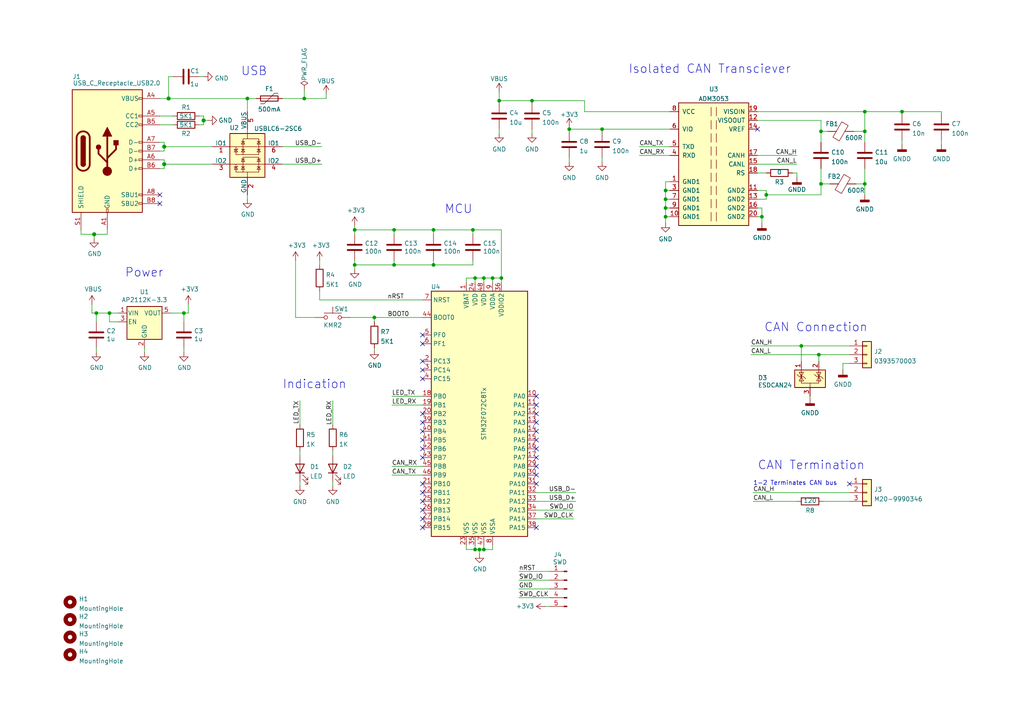
<source format=kicad_sch>
(kicad_sch (version 20210621) (generator eeschema)
  (paper "A4")
  (title_block (title "CANcat") (date "2021-09-26") (rev "0.1") (company "Josh Johnson") (comment 4 "Based on CANtact by Eric Evenchick and CANable Pro by Ethan Zonca"))
  (lib_symbols
    (symbol "Connector:Conn_01x05_Male" (pin_names (offset 1.016) hide)
      (property "Reference" "J" (at 0 7.62 0))
      (property "Value" "Conn_01x05_Male" (at 0 -7.62 0))
      (symbol "Conn_01x05_Male_1_1"
        (pin passive line (at 5.08 5.08 180) (length 3.81) (name "Pin_1") (number "1"))
        (pin passive line (at 5.08 2.54 180) (length 3.81) (name "Pin_2") (number "2"))
        (pin passive line (at 5.08 0 180) (length 3.81) (name "Pin_3") (number "3"))
        (pin passive line (at 5.08 -2.54 180) (length 3.81) (name "Pin_4") (number "4"))
        (pin passive line (at 5.08 -5.08 180) (length 3.81) (name "Pin_5") (number "5"))
      )
    )
    (symbol "Connector:USB_C_Receptacle_USB2.0" (pin_names (offset 1.016))
      (property "Reference" "J" (at -10.16 19.05 0))
      (property "Value" "USB_C_Receptacle_USB2.0" (at 19.05 19.05 0))
      (symbol "USB_C_Receptacle_USB2.0_1_1"
        (pin power_in line (at 0 -22.86 90) (length 5.08) (name "GND") (number "A1"))
        (pin passive line (at 0 -22.86 90) (length 5.08) hide (name "GND") (number "A12"))
        (pin power_in line (at 15.24 15.24 180) (length 5.08) (name "VBUS") (number "A4"))
        (pin bidirectional line (at 15.24 10.16 180) (length 5.08) (name "CC1") (number "A5"))
        (pin bidirectional line (at 15.24 -2.54 180) (length 5.08) (name "D+") (number "A6"))
        (pin bidirectional line (at 15.24 2.54 180) (length 5.08) (name "D-") (number "A7"))
        (pin bidirectional line (at 15.24 -12.7 180) (length 5.08) (name "SBU1") (number "A8"))
        (pin passive line (at 15.24 15.24 180) (length 5.08) hide (name "VBUS") (number "A9"))
        (pin passive line (at 0 -22.86 90) (length 5.08) hide (name "GND") (number "B1"))
        (pin passive line (at 0 -22.86 90) (length 5.08) hide (name "GND") (number "B12"))
        (pin passive line (at 15.24 15.24 180) (length 5.08) hide (name "VBUS") (number "B4"))
        (pin bidirectional line (at 15.24 7.62 180) (length 5.08) (name "CC2") (number "B5"))
        (pin bidirectional line (at 15.24 -5.08 180) (length 5.08) (name "D+") (number "B6"))
        (pin bidirectional line (at 15.24 0 180) (length 5.08) (name "D-") (number "B7"))
        (pin bidirectional line (at 15.24 -15.24 180) (length 5.08) (name "SBU2") (number "B8"))
        (pin passive line (at 15.24 15.24 180) (length 5.08) hide (name "VBUS") (number "B9"))
        (pin passive line (at -7.62 -22.86 90) (length 5.08) (name "SHIELD") (number "S1"))
      )
    )
    (symbol "Connector_Generic:Conn_01x03" (pin_names (offset 1.016) hide)
      (property "Reference" "J" (at 0 5.08 0))
      (property "Value" "Conn_01x03" (at 0 -5.08 0))
      (symbol "Conn_01x03_1_1"
        (pin passive line (at -5.08 2.54 0) (length 3.81) (name "Pin_1") (number "1"))
        (pin passive line (at -5.08 0 0) (length 3.81) (name "Pin_2") (number "2"))
        (pin passive line (at -5.08 -2.54 0) (length 3.81) (name "Pin_3") (number "3"))
      )
    )
    (symbol "Device:C" (pin_numbers hide) (pin_names (offset 0.254))
      (property "Reference" "C" (at 0.635 2.54 0))
      (property "Value" "C" (at 0.635 -2.54 0))
      (symbol "C_1_1"
        (pin passive line (at 0 3.81 270) (length 2.794) (name "~") (number "1"))
        (pin passive line (at 0 -3.81 90) (length 2.794) (name "~") (number "2"))
      )
    )
    (symbol "Device:Ferrite_Bead" (pin_numbers hide) (pin_names (offset 0))
      (property "Reference" "FB" (at -3.81 0.635 90))
      (property "Value" "Ferrite_Bead" (at 3.81 0 90))
      (symbol "Ferrite_Bead_1_1"
        (pin passive line (at 0 3.81 270) (length 2.54) (name "~") (number "1"))
        (pin passive line (at 0 -3.81 90) (length 2.54) (name "~") (number "2"))
      )
    )
    (symbol "Device:LED" (pin_numbers hide) (pin_names (offset 1.016) hide)
      (property "Reference" "D" (at 0 2.54 0))
      (property "Value" "LED" (at 0 -2.54 0))
      (symbol "LED_1_1"
        (pin passive line (at -3.81 0 0) (length 2.54) (name "K") (number "1"))
        (pin passive line (at 3.81 0 180) (length 2.54) (name "A") (number "2"))
      )
    )
    (symbol "Device:Polyfuse" (pin_numbers hide) (pin_names (offset 0))
      (property "Reference" "F" (at -2.54 0 90))
      (property "Value" "Polyfuse" (at 2.54 0 90))
      (symbol "Polyfuse_1_1"
        (pin passive line (at 0 3.81 270) (length 1.27) (name "~") (number "1"))
        (pin passive line (at 0 -3.81 90) (length 1.27) (name "~") (number "2"))
      )
    )
    (symbol "Device:R" (pin_numbers hide) (pin_names (offset 0))
      (property "Reference" "R" (at 2.032 0 90))
      (property "Value" "R" (at 0 0 90))
      (symbol "R_1_1"
        (pin passive line (at 0 3.81 270) (length 1.27) (name "~") (number "1"))
        (pin passive line (at 0 -3.81 90) (length 1.27) (name "~") (number "2"))
      )
    )
    (symbol "Interface_CAN_LIN:ADM3053" (pin_names (offset 1.016))
      (property "Reference" "U" (at -10.16 19.05 0))
      (property "Value" "ADM3053" (at 10.16 19.05 0))
      (symbol "ADM3053_1_1"
        (pin power_in line (at -12.7 -5.08 0) (length 2.54) (name "GND1") (number "1"))
        (pin power_in line (at -12.7 -15.24 0) (length 2.54) (name "GND1") (number "10"))
        (pin power_in line (at 12.7 -7.62 180) (length 2.54) (name "GND2") (number "11"))
        (pin power_out line (at 12.7 12.7 180) (length 2.54) (name "VISOOUT") (number "12"))
        (pin power_in line (at 12.7 -10.16 180) (length 2.54) (name "GND2") (number "13"))
        (pin input line (at 12.7 10.16 180) (length 2.54) (name "VREF") (number "14"))
        (pin bidirectional line (at 12.7 0 180) (length 2.54) (name "CANL") (number "15"))
        (pin power_in line (at 12.7 -12.7 180) (length 2.54) (name "GND2") (number "16"))
        (pin bidirectional line (at 12.7 2.54 180) (length 2.54) (name "CANH") (number "17"))
        (pin input line (at 12.7 -2.54 180) (length 2.54) (name "RS") (number "18"))
        (pin power_in line (at 12.7 15.24 180) (length 2.54) (name "VISOIN") (number "19"))
        (pin no_connect line (at -2.54 -17.78 90) (length 2.54) hide (name "NC") (number "2"))
        (pin power_in line (at 12.7 -15.24 180) (length 2.54) (name "GND2") (number "20"))
        (pin power_in line (at -12.7 -7.62 0) (length 2.54) (name "GND1") (number "3"))
        (pin output line (at -12.7 2.54 0) (length 2.54) (name "RXD") (number "4"))
        (pin input line (at -12.7 5.08 0) (length 2.54) (name "TXD") (number "5"))
        (pin power_in line (at -12.7 10.16 0) (length 2.54) (name "VIO") (number "6"))
        (pin power_in line (at -12.7 -10.16 0) (length 2.54) (name "GND1") (number "7"))
        (pin power_in line (at -12.7 15.24 0) (length 2.54) (name "VCC") (number "8"))
        (pin power_in line (at -12.7 -12.7 0) (length 2.54) (name "GND1") (number "9"))
      )
    )
    (symbol "MCU_ST_STM32F0:STM32F072C8Tx"
      (property "Reference" "U" (at -15.24 36.83 0))
      (property "Value" "STM32F072C8Tx" (at 7.62 36.83 0))
      (symbol "STM32F072C8Tx_1_1"
        (pin power_in line (at -5.08 38.1 270) (length 2.54) (name "VBAT") (number "1"))
        (pin bidirectional line (at 15.24 5.08 180) (length 2.54) (name "PA0") (number "10"))
        (pin bidirectional line (at 15.24 2.54 180) (length 2.54) (name "PA1") (number "11"))
        (pin bidirectional line (at 15.24 0 180) (length 2.54) (name "PA2") (number "12"))
        (pin bidirectional line (at 15.24 -2.54 180) (length 2.54) (name "PA3") (number "13"))
        (pin bidirectional line (at 15.24 -5.08 180) (length 2.54) (name "PA4") (number "14"))
        (pin bidirectional line (at 15.24 -7.62 180) (length 2.54) (name "PA5") (number "15"))
        (pin bidirectional line (at 15.24 -10.16 180) (length 2.54) (name "PA6") (number "16"))
        (pin bidirectional line (at 15.24 -12.7 180) (length 2.54) (name "PA7") (number "17"))
        (pin bidirectional line (at -17.78 5.08 0) (length 2.54) (name "PB0") (number "18"))
        (pin bidirectional line (at -17.78 2.54 0) (length 2.54) (name "PB1") (number "19"))
        (pin bidirectional line (at -17.78 15.24 0) (length 2.54) (name "PC13") (number "2"))
        (pin bidirectional line (at -17.78 0 0) (length 2.54) (name "PB2") (number "20"))
        (pin bidirectional line (at -17.78 -20.32 0) (length 2.54) (name "PB10") (number "21"))
        (pin bidirectional line (at -17.78 -22.86 0) (length 2.54) (name "PB11") (number "22"))
        (pin power_in line (at -5.08 -38.1 90) (length 2.54) (name "VSS") (number "23"))
        (pin power_in line (at -2.54 38.1 270) (length 2.54) (name "VDD") (number "24"))
        (pin bidirectional line (at -17.78 -25.4 0) (length 2.54) (name "PB12") (number "25"))
        (pin bidirectional line (at -17.78 -27.94 0) (length 2.54) (name "PB13") (number "26"))
        (pin bidirectional line (at -17.78 -30.48 0) (length 2.54) (name "PB14") (number "27"))
        (pin bidirectional line (at -17.78 -33.02 0) (length 2.54) (name "PB15") (number "28"))
        (pin bidirectional line (at 15.24 -15.24 180) (length 2.54) (name "PA8") (number "29"))
        (pin bidirectional line (at -17.78 12.7 0) (length 2.54) (name "PC14") (number "3"))
        (pin bidirectional line (at 15.24 -17.78 180) (length 2.54) (name "PA9") (number "30"))
        (pin bidirectional line (at 15.24 -20.32 180) (length 2.54) (name "PA10") (number "31"))
        (pin bidirectional line (at 15.24 -22.86 180) (length 2.54) (name "PA11") (number "32"))
        (pin bidirectional line (at 15.24 -25.4 180) (length 2.54) (name "PA12") (number "33"))
        (pin bidirectional line (at 15.24 -27.94 180) (length 2.54) (name "PA13") (number "34"))
        (pin power_in line (at -2.54 -38.1 90) (length 2.54) (name "VSS") (number "35"))
        (pin power_in line (at 5.08 38.1 270) (length 2.54) (name "VDDIO2") (number "36"))
        (pin bidirectional line (at 15.24 -30.48 180) (length 2.54) (name "PA14") (number "37"))
        (pin bidirectional line (at 15.24 -33.02 180) (length 2.54) (name "PA15") (number "38"))
        (pin bidirectional line (at -17.78 -2.54 0) (length 2.54) (name "PB3") (number "39"))
        (pin bidirectional line (at -17.78 10.16 0) (length 2.54) (name "PC15") (number "4"))
        (pin bidirectional line (at -17.78 -5.08 0) (length 2.54) (name "PB4") (number "40"))
        (pin bidirectional line (at -17.78 -7.62 0) (length 2.54) (name "PB5") (number "41"))
        (pin bidirectional line (at -17.78 -10.16 0) (length 2.54) (name "PB6") (number "42"))
        (pin bidirectional line (at -17.78 -12.7 0) (length 2.54) (name "PB7") (number "43"))
        (pin input line (at -17.78 27.94 0) (length 2.54) (name "BOOT0") (number "44"))
        (pin bidirectional line (at -17.78 -15.24 0) (length 2.54) (name "PB8") (number "45"))
        (pin bidirectional line (at -17.78 -17.78 0) (length 2.54) (name "PB9") (number "46"))
        (pin power_in line (at 0 -38.1 90) (length 2.54) (name "VSS") (number "47"))
        (pin power_in line (at 0 38.1 270) (length 2.54) (name "VDD") (number "48"))
        (pin input line (at -17.78 22.86 0) (length 2.54) (name "PF0") (number "5"))
        (pin input line (at -17.78 20.32 0) (length 2.54) (name "PF1") (number "6"))
        (pin input line (at -17.78 33.02 0) (length 2.54) (name "NRST") (number "7"))
        (pin power_in line (at 2.54 -38.1 90) (length 2.54) (name "VSSA") (number "8"))
        (pin power_in line (at 2.54 38.1 270) (length 2.54) (name "VDDA") (number "9"))
      )
    )
    (symbol "Mechanical:MountingHole" (pin_names (offset 1.016))
      (property "Reference" "H" (at 0 5.08 0))
      (property "Value" "MountingHole" (at 0 3.175 0))
    )
    (symbol "Power_Protection:NUP2105L" (pin_names hide)
      (property "Reference" "D" (at 5.715 2.54 0))
      (property "Value" "NUP2105L" (at 5.715 0.635 0))
      (symbol "NUP2105L_0_0"
        (pin passive line (at 0 -5.08 90) (length 2.54) (name "A") (number "3"))
      )
      (symbol "NUP2105L_1_1"
        (pin passive line (at -2.54 5.08 270) (length 2.54) (name "K") (number "1"))
        (pin passive line (at 2.54 5.08 270) (length 2.54) (name "K") (number "2"))
      )
    )
    (symbol "Regulator_Linear:AP2112K-3.3" (pin_names (offset 0.254))
      (property "Reference" "U" (at -5.08 5.715 0))
      (property "Value" "AP2112K-3.3" (at 0 5.715 0))
      (symbol "AP2112K-3.3_1_1"
        (pin power_in line (at -7.62 2.54 0) (length 2.54) (name "VIN") (number "1"))
        (pin power_in line (at 0 -7.62 90) (length 2.54) (name "GND") (number "2"))
        (pin input line (at -7.62 0 0) (length 2.54) (name "EN") (number "3"))
        (pin no_connect line (at 7.62 0 180) (length 2.54) hide (name "NC") (number "4"))
        (pin power_out line (at 7.62 2.54 180) (length 2.54) (name "VOUT") (number "5"))
      )
    )
    (symbol "Switch:SW_Push" (pin_numbers hide) (pin_names (offset 1.016) hide)
      (property "Reference" "SW" (at 1.27 2.54 0))
      (property "Value" "SW_Push" (at 0 -1.524 0))
      (symbol "SW_Push_0_1"
        (pin passive line (at -5.08 0 0) (length 2.54) (name "1") (number "1"))
        (pin passive line (at 5.08 0 180) (length 2.54) (name "2") (number "2"))
      )
    )
    (symbol "josh-ic:USBLC6-2SC6" (pin_names (offset 0))
      (property "Reference" "U" (at -7.62 8.89 0))
      (property "Value" "USBLC6-2SC6" (at 7.62 7.62 0))
      (symbol "USBLC6-2SC6_1_1"
        (pin passive line (at -10.16 2.54 0) (length 5.08) (name "IO1") (number "1"))
        (pin passive line (at 0 -11.43 90) (length 5.08) (name "GND") (number "2"))
        (pin passive line (at -10.16 -2.54 0) (length 5.08) (name "IO2") (number "3"))
        (pin passive line (at 10.16 -2.54 180) (length 5.08) (name "IO2") (number "4"))
        (pin passive line (at 0 12.7 270) (length 5.08) (name "VBUS") (number "5"))
        (pin passive line (at 10.16 2.54 180) (length 5.08) (name "IO1") (number "6"))
      )
    )
    (symbol "power:+3V3" (power) (pin_names (offset 0))
      (property "Value" "+3V3" (at 0 3.556 0))
      (symbol "+3V3_1_1"
        (pin power_in line (at 0 0 90) (length 0) hide (name "+3V3") (number "1"))
      )
    )
    (symbol "power:GND" (power) (pin_names (offset 0))
      (property "Value" "GND" (at 0 -3.81 0))
      (symbol "GND_1_1"
        (pin power_in line (at 0 0 270) (length 0) hide (name "GND") (number "1"))
      )
    )
    (symbol "power:GNDD" (power) (pin_names (offset 0))
      (property "Value" "GNDD" (at 0 -3.175 0))
      (symbol "GNDD_1_1"
        (pin power_in line (at 0 0 270) (length 0) hide (name "GNDD") (number "1"))
      )
    )
    (symbol "power:PWR_FLAG" (power) (pin_numbers hide) (pin_names (offset 0) hide)
      (property "Value" "PWR_FLAG" (at 0 3.81 0))
      (symbol "PWR_FLAG_0_0"
        (pin power_out line (at 0 0 90) (length 0) (name "pwr") (number "1"))
      )
    )
    (symbol "power:VBUS" (power) (pin_names (offset 0))
      (property "Value" "VBUS" (at 0 3.81 0))
      (symbol "VBUS_1_1"
        (pin power_in line (at 0 0 90) (length 0) hide (name "VBUS") (number "1"))
      )
    )
  )
  (junction (at 27.305 67.945) (diameter 1.016))
  (junction (at 27.94 90.805))
  (junction (at 31.75 90.805))
  (junction (at 47.625 42.545) (diameter 1.016))
  (junction (at 47.625 47.625) (diameter 1.016))
  (junction (at 48.895 28.575) (diameter 1.016))
  (junction (at 53.34 90.805))
  (junction (at 59.055 34.925) (diameter 1.016))
  (junction (at 71.755 28.575))
  (junction (at 88.265 28.575))
  (junction (at 102.87 66.675))
  (junction (at 102.87 76.835))
  (junction (at 108.585 92.075))
  (junction (at 114.3 66.675))
  (junction (at 114.3 76.835))
  (junction (at 125.73 66.675))
  (junction (at 125.73 76.835))
  (junction (at 137.16 66.675))
  (junction (at 137.795 80.645))
  (junction (at 137.795 159.385))
  (junction (at 139.065 159.385))
  (junction (at 140.335 80.645))
  (junction (at 140.335 159.385))
  (junction (at 142.875 80.645))
  (junction (at 144.78 29.21))
  (junction (at 145.415 80.645))
  (junction (at 154.305 29.21))
  (junction (at 165.1 37.465))
  (junction (at 174.625 37.465))
  (junction (at 193.04 55.245))
  (junction (at 193.04 57.785))
  (junction (at 193.04 60.325))
  (junction (at 193.04 62.865))
  (junction (at 220.98 62.865))
  (junction (at 222.25 56.515))
  (junction (at 232.41 100.33))
  (junction (at 237.49 102.87))
  (junction (at 238.125 38.1))
  (junction (at 238.125 53.34))
  (junction (at 250.825 32.385))
  (junction (at 250.825 38.1))
  (junction (at 250.825 53.34))
  (junction (at 261.62 32.385))
  (no_connect (at 46.355 56.515))
  (no_connect (at 46.355 59.055))
  (no_connect (at 122.555 97.155))
  (no_connect (at 122.555 99.695))
  (no_connect (at 122.555 104.775))
  (no_connect (at 122.555 107.315))
  (no_connect (at 122.555 109.855))
  (no_connect (at 122.555 120.015))
  (no_connect (at 122.555 122.555))
  (no_connect (at 122.555 125.095))
  (no_connect (at 122.555 127.635))
  (no_connect (at 122.555 130.175))
  (no_connect (at 122.555 132.715))
  (no_connect (at 122.555 140.335))
  (no_connect (at 122.555 142.875))
  (no_connect (at 122.555 145.415))
  (no_connect (at 122.555 147.955))
  (no_connect (at 122.555 150.495))
  (no_connect (at 122.555 153.035))
  (no_connect (at 155.575 114.935))
  (no_connect (at 155.575 117.475))
  (no_connect (at 155.575 120.015))
  (no_connect (at 155.575 122.555))
  (no_connect (at 155.575 125.095))
  (no_connect (at 155.575 127.635))
  (no_connect (at 155.575 130.175))
  (no_connect (at 155.575 132.715))
  (no_connect (at 155.575 135.255))
  (no_connect (at 155.575 137.795))
  (no_connect (at 155.575 140.335))
  (no_connect (at 155.575 153.035))
  (no_connect (at 219.71 37.465))
  (no_connect (at 246.38 140.335))
  (wire (pts (xy 23.495 66.675) (xy 23.495 67.945)))
  (wire (pts (xy 23.495 67.945) (xy 27.305 67.945)))
  (wire (pts (xy 26.67 90.805) (xy 26.67 88.265)))
  (wire (pts (xy 27.305 67.945) (xy 31.115 67.945)))
  (wire (pts (xy 27.305 69.215) (xy 27.305 67.945)))
  (wire (pts (xy 27.94 90.805) (xy 26.67 90.805)))
  (wire (pts (xy 27.94 90.805) (xy 31.75 90.805)))
  (wire (pts (xy 27.94 93.345) (xy 27.94 90.805)))
  (wire (pts (xy 27.94 102.235) (xy 27.94 100.965)))
  (wire (pts (xy 31.115 67.945) (xy 31.115 66.675)))
  (wire (pts (xy 31.75 93.345) (xy 31.75 90.805)))
  (wire (pts (xy 34.29 90.805) (xy 31.75 90.805)))
  (wire (pts (xy 34.29 93.345) (xy 31.75 93.345)))
  (wire (pts (xy 41.91 100.965) (xy 41.91 102.235)))
  (wire (pts (xy 46.355 28.575) (xy 48.895 28.575)))
  (wire (pts (xy 46.355 41.275) (xy 47.625 41.275)))
  (wire (pts (xy 46.355 46.355) (xy 47.625 46.355)))
  (wire (pts (xy 47.625 41.275) (xy 47.625 42.545)))
  (wire (pts (xy 47.625 42.545) (xy 47.625 43.815)))
  (wire (pts (xy 47.625 42.545) (xy 61.595 42.545)))
  (wire (pts (xy 47.625 43.815) (xy 46.355 43.815)))
  (wire (pts (xy 47.625 46.355) (xy 47.625 47.625)))
  (wire (pts (xy 47.625 47.625) (xy 47.625 48.895)))
  (wire (pts (xy 47.625 47.625) (xy 61.595 47.625)))
  (wire (pts (xy 47.625 48.895) (xy 46.355 48.895)))
  (wire (pts (xy 48.895 22.225) (xy 48.895 28.575)))
  (wire (pts (xy 48.895 28.575) (xy 71.755 28.575)))
  (wire (pts (xy 49.53 90.805) (xy 53.34 90.805)))
  (wire (pts (xy 50.165 22.225) (xy 48.895 22.225)))
  (wire (pts (xy 50.165 33.655) (xy 46.355 33.655)))
  (wire (pts (xy 50.165 36.195) (xy 46.355 36.195)))
  (wire (pts (xy 53.34 90.805) (xy 54.61 90.805)))
  (wire (pts (xy 53.34 93.345) (xy 53.34 90.805)))
  (wire (pts (xy 53.34 102.235) (xy 53.34 100.965)))
  (wire (pts (xy 54.61 90.805) (xy 54.61 88.265)))
  (wire (pts (xy 57.785 22.225) (xy 59.055 22.225)))
  (wire (pts (xy 57.785 33.655) (xy 59.055 33.655)))
  (wire (pts (xy 57.785 36.195) (xy 59.055 36.195)))
  (wire (pts (xy 59.055 33.655) (xy 59.055 34.925)))
  (wire (pts (xy 59.055 34.925) (xy 59.055 36.195)))
  (wire (pts (xy 59.055 34.925) (xy 60.325 34.925)))
  (wire (pts (xy 71.755 28.575) (xy 71.755 32.385)))
  (wire (pts (xy 71.755 28.575) (xy 74.295 28.575)))
  (wire (pts (xy 71.755 56.515) (xy 71.755 57.785)))
  (wire (pts (xy 81.915 28.575) (xy 88.265 28.575)))
  (wire (pts (xy 81.915 42.545) (xy 93.345 42.545)))
  (wire (pts (xy 81.915 47.625) (xy 93.345 47.625)))
  (wire (pts (xy 85.725 75.565) (xy 85.725 92.075)))
  (wire (pts (xy 86.995 116.205) (xy 86.995 123.19)))
  (wire (pts (xy 86.995 130.81) (xy 86.995 132.08)))
  (wire (pts (xy 86.995 139.7) (xy 86.995 140.97)))
  (wire (pts (xy 88.265 26.035) (xy 88.265 28.575)))
  (wire (pts (xy 88.265 28.575) (xy 94.615 28.575)))
  (wire (pts (xy 91.44 92.075) (xy 85.725 92.075)))
  (wire (pts (xy 92.71 75.565) (xy 92.71 76.835)))
  (wire (pts (xy 92.71 84.455) (xy 92.71 86.995)))
  (wire (pts (xy 92.71 86.995) (xy 122.555 86.995)))
  (wire (pts (xy 94.615 28.575) (xy 94.615 27.305)))
  (wire (pts (xy 96.52 116.205) (xy 96.52 123.19)))
  (wire (pts (xy 96.52 130.81) (xy 96.52 132.08)))
  (wire (pts (xy 96.52 139.7) (xy 96.52 140.97)))
  (wire (pts (xy 101.6 92.075) (xy 108.585 92.075)))
  (wire (pts (xy 102.87 66.675) (xy 102.87 65.405)))
  (wire (pts (xy 102.87 66.675) (xy 102.87 67.945)))
  (wire (pts (xy 102.87 75.565) (xy 102.87 76.835)))
  (wire (pts (xy 102.87 76.835) (xy 114.3 76.835)))
  (wire (pts (xy 102.87 78.105) (xy 102.87 76.835)))
  (wire (pts (xy 108.585 92.075) (xy 122.555 92.075)))
  (wire (pts (xy 108.585 93.345) (xy 108.585 92.075)))
  (wire (pts (xy 108.585 100.965) (xy 108.585 101.6)))
  (wire (pts (xy 113.665 114.935) (xy 122.555 114.935)))
  (wire (pts (xy 113.665 117.475) (xy 122.555 117.475)))
  (wire (pts (xy 113.665 135.255) (xy 122.555 135.255)))
  (wire (pts (xy 113.665 137.795) (xy 122.555 137.795)))
  (wire (pts (xy 114.3 66.675) (xy 102.87 66.675)))
  (wire (pts (xy 114.3 66.675) (xy 114.3 67.945)))
  (wire (pts (xy 114.3 75.565) (xy 114.3 76.835)))
  (wire (pts (xy 114.3 76.835) (xy 125.73 76.835)))
  (wire (pts (xy 125.73 66.675) (xy 114.3 66.675)))
  (wire (pts (xy 125.73 67.945) (xy 125.73 66.675)))
  (wire (pts (xy 125.73 75.565) (xy 125.73 76.835)))
  (wire (pts (xy 125.73 76.835) (xy 137.16 76.835)))
  (wire (pts (xy 135.255 80.645) (xy 137.795 80.645)))
  (wire (pts (xy 135.255 81.915) (xy 135.255 80.645)))
  (wire (pts (xy 135.255 158.115) (xy 135.255 159.385)))
  (wire (pts (xy 135.255 159.385) (xy 137.795 159.385)))
  (wire (pts (xy 137.16 66.675) (xy 125.73 66.675)))
  (wire (pts (xy 137.16 66.675) (xy 137.16 67.945)))
  (wire (pts (xy 137.16 66.675) (xy 145.415 66.675)))
  (wire (pts (xy 137.16 76.835) (xy 137.16 75.565)))
  (wire (pts (xy 137.795 80.645) (xy 140.335 80.645)))
  (wire (pts (xy 137.795 81.915) (xy 137.795 80.645)))
  (wire (pts (xy 137.795 158.115) (xy 137.795 159.385)))
  (wire (pts (xy 137.795 159.385) (xy 139.065 159.385)))
  (wire (pts (xy 139.065 159.385) (xy 140.335 159.385)))
  (wire (pts (xy 139.065 160.655) (xy 139.065 159.385)))
  (wire (pts (xy 140.335 80.645) (xy 142.875 80.645)))
  (wire (pts (xy 140.335 81.915) (xy 140.335 80.645)))
  (wire (pts (xy 140.335 158.115) (xy 140.335 159.385)))
  (wire (pts (xy 140.335 159.385) (xy 142.875 159.385)))
  (wire (pts (xy 142.875 80.645) (xy 145.415 80.645)))
  (wire (pts (xy 142.875 81.915) (xy 142.875 80.645)))
  (wire (pts (xy 142.875 159.385) (xy 142.875 158.115)))
  (wire (pts (xy 144.78 26.67) (xy 144.78 29.21)))
  (wire (pts (xy 144.78 29.21) (xy 144.78 29.845)))
  (wire (pts (xy 144.78 37.465) (xy 144.78 38.735)))
  (wire (pts (xy 145.415 66.675) (xy 145.415 80.645)))
  (wire (pts (xy 145.415 80.645) (xy 145.415 81.915)))
  (wire (pts (xy 150.495 168.275) (xy 159.385 168.275)))
  (wire (pts (xy 150.495 173.355) (xy 159.385 173.355)))
  (wire (pts (xy 154.305 29.21) (xy 144.78 29.21)))
  (wire (pts (xy 154.305 29.21) (xy 154.305 29.845)))
  (wire (pts (xy 154.305 29.21) (xy 169.545 29.21)))
  (wire (pts (xy 154.305 37.465) (xy 154.305 38.735)))
  (wire (pts (xy 155.575 142.875) (xy 167.005 142.875)))
  (wire (pts (xy 155.575 145.415) (xy 167.005 145.415)))
  (wire (pts (xy 155.575 147.955) (xy 166.37 147.955)))
  (wire (pts (xy 155.575 150.495) (xy 166.37 150.495)))
  (wire (pts (xy 159.385 165.735) (xy 150.495 165.735)))
  (wire (pts (xy 159.385 170.815) (xy 150.495 170.815)))
  (wire (pts (xy 159.385 175.895) (xy 158.115 175.895)))
  (wire (pts (xy 165.1 36.83) (xy 165.1 37.465)))
  (wire (pts (xy 165.1 37.465) (xy 165.1 38.1)))
  (wire (pts (xy 165.1 45.72) (xy 165.1 46.99)))
  (wire (pts (xy 169.545 29.21) (xy 169.545 32.385)))
  (wire (pts (xy 169.545 32.385) (xy 194.31 32.385)))
  (wire (pts (xy 174.625 37.465) (xy 165.1 37.465)))
  (wire (pts (xy 174.625 37.465) (xy 174.625 38.1)))
  (wire (pts (xy 174.625 37.465) (xy 194.31 37.465)))
  (wire (pts (xy 174.625 45.72) (xy 174.625 46.99)))
  (wire (pts (xy 185.42 42.545) (xy 194.31 42.545)))
  (wire (pts (xy 185.42 45.085) (xy 194.31 45.085)))
  (wire (pts (xy 193.04 52.705) (xy 193.04 55.245)))
  (wire (pts (xy 193.04 55.245) (xy 193.04 57.785)))
  (wire (pts (xy 193.04 55.245) (xy 194.31 55.245)))
  (wire (pts (xy 193.04 57.785) (xy 193.04 60.325)))
  (wire (pts (xy 193.04 57.785) (xy 194.31 57.785)))
  (wire (pts (xy 193.04 60.325) (xy 193.04 62.865)))
  (wire (pts (xy 193.04 60.325) (xy 194.31 60.325)))
  (wire (pts (xy 193.04 62.865) (xy 193.04 64.77)))
  (wire (pts (xy 193.04 62.865) (xy 194.31 62.865)))
  (wire (pts (xy 194.31 52.705) (xy 193.04 52.705)))
  (wire (pts (xy 217.805 100.33) (xy 232.41 100.33)))
  (wire (pts (xy 217.805 102.87) (xy 237.49 102.87)))
  (wire (pts (xy 218.44 142.875) (xy 246.38 142.875)))
  (wire (pts (xy 218.44 145.415) (xy 231.14 145.415)))
  (wire (pts (xy 219.71 32.385) (xy 250.825 32.385)))
  (wire (pts (xy 219.71 45.085) (xy 231.14 45.085)))
  (wire (pts (xy 219.71 47.625) (xy 231.14 47.625)))
  (wire (pts (xy 219.71 50.165) (xy 222.25 50.165)))
  (wire (pts (xy 219.71 55.245) (xy 222.25 55.245)))
  (wire (pts (xy 219.71 57.785) (xy 222.25 57.785)))
  (wire (pts (xy 219.71 60.325) (xy 220.98 60.325)))
  (wire (pts (xy 219.71 62.865) (xy 220.98 62.865)))
  (wire (pts (xy 220.98 62.865) (xy 220.98 60.325)))
  (wire (pts (xy 220.98 64.77) (xy 220.98 62.865)))
  (wire (pts (xy 222.25 55.245) (xy 222.25 56.515)))
  (wire (pts (xy 222.25 56.515) (xy 222.25 57.785)))
  (wire (pts (xy 222.25 56.515) (xy 238.125 56.515)))
  (wire (pts (xy 231.14 50.165) (xy 229.87 50.165)))
  (wire (pts (xy 231.14 51.435) (xy 231.14 50.165)))
  (wire (pts (xy 232.41 100.33) (xy 232.41 104.775)))
  (wire (pts (xy 232.41 100.33) (xy 246.38 100.33)))
  (wire (pts (xy 234.95 114.935) (xy 234.95 115.57)))
  (wire (pts (xy 237.49 102.87) (xy 237.49 104.775)))
  (wire (pts (xy 237.49 102.87) (xy 246.38 102.87)))
  (wire (pts (xy 238.125 34.925) (xy 219.71 34.925)))
  (wire (pts (xy 238.125 38.1) (xy 238.125 34.925)))
  (wire (pts (xy 238.125 38.1) (xy 238.125 41.275)))
  (wire (pts (xy 238.125 48.895) (xy 238.125 53.34)))
  (wire (pts (xy 238.125 53.34) (xy 240.665 53.34)))
  (wire (pts (xy 238.125 56.515) (xy 238.125 53.34)))
  (wire (pts (xy 238.76 145.415) (xy 246.38 145.415)))
  (wire (pts (xy 240.03 38.1) (xy 238.125 38.1)))
  (wire (pts (xy 244.475 105.41) (xy 244.475 107.315)))
  (wire (pts (xy 246.38 105.41) (xy 244.475 105.41)))
  (wire (pts (xy 248.285 53.34) (xy 250.825 53.34)))
  (wire (pts (xy 250.825 32.385) (xy 250.825 38.1)))
  (wire (pts (xy 250.825 32.385) (xy 261.62 32.385)))
  (wire (pts (xy 250.825 38.1) (xy 247.65 38.1)))
  (wire (pts (xy 250.825 41.275) (xy 250.825 38.1)))
  (wire (pts (xy 250.825 53.34) (xy 250.825 48.895)))
  (wire (pts (xy 250.825 53.34) (xy 250.825 56.515)))
  (wire (pts (xy 261.62 32.385) (xy 261.62 33.02)))
  (wire (pts (xy 261.62 40.64) (xy 261.62 41.91)))
  (wire (pts (xy 273.05 32.385) (xy 261.62 32.385)))
  (wire (pts (xy 273.05 33.02) (xy 273.05 32.385)))
  (wire (pts (xy 273.05 40.64) (xy 273.05 41.91)))
  (text "Power" (at 36.195 80.645 0) (effects (font (size 2.5 2.5)) (justify left bottom)))
  (text "USB" (at 69.85 22.225 0) (effects (font (size 2.5 2.5)) (justify left bottom)))
  (text "Indication" (at 81.915 113.03 0) (effects (font (size 2.5 2.5)) (justify left bottom)))
  (text "MCU" (at 128.905 62.23 0) (effects (font (size 2.5 2.5)) (justify left bottom)))
  (text "Isolated CAN Transciever" (at 182.245 21.59 0) (effects (font (size 2.5 2.5)) (justify left bottom)))
  (text "1-2 Terminates CAN bus" (at 218.44 140.97 0) (effects (font (size 1.27 1.27)) (justify left bottom)))
  (text "CAN Termination" (at 219.71 136.525 0) (effects (font (size 2.5 2.5)) (justify left bottom)))
  (text "CAN Connection" (at 221.615 96.52 0) (effects (font (size 2.5 2.5)) (justify left bottom)))
  (label "LED_TX" (at 86.995 116.205 270))
  (label "USB_D-" (at 93.345 42.545 180))
  (label "USB_D+" (at 93.345 47.625 180))
  (label "LED_RX" (at 96.52 116.205 270))
  (label "nRST" (at 112.395 86.995 0))
  (label "BOOT0" (at 112.395 92.075 0))
  (label "LED_TX" (at 113.665 114.935 0))
  (label "LED_RX" (at 113.665 117.475 0))
  (label "CAN_RX" (at 113.665 135.255 0))
  (label "CAN_TX" (at 113.665 137.795 0))
  (label "nRST" (at 150.495 165.735 0))
  (label "SWD_IO" (at 150.495 168.275 0))
  (label "GND" (at 150.495 170.815 0))
  (label "SWD_CLK" (at 150.495 173.355 0))
  (label "SWD_IO" (at 166.37 147.955 180))
  (label "SWD_CLK" (at 166.37 150.495 180))
  (label "USB_D-" (at 167.005 142.875 180))
  (label "USB_D+" (at 167.005 145.415 180))
  (label "CAN_TX" (at 185.42 42.545 0))
  (label "CAN_RX" (at 185.42 45.085 0))
  (label "CAN_H" (at 217.805 100.33 0))
  (label "CAN_L" (at 217.805 102.87 0))
  (label "CAN_H" (at 218.44 142.875 0))
  (label "CAN_L" (at 218.44 145.415 0))
  (label "CAN_H" (at 231.14 45.085 180))
  (label "CAN_L" (at 231.14 47.625 180))
  (symbol (lib_id "power:VBUS") (at 26.67 88.265 0) (unit 1)
    (property "Reference" "#PWR0125" (effects hide))
    (property "Value" "VBUS" (at 27.051 83.8708 0))
  )
  (symbol (lib_id "power:+3V3") (at 54.61 88.265 0) (unit 1)
    (property "Reference" "#PWR0124" (effects hide))
    (property "Value" "+3V3" (at 54.991 83.8708 0))
  )
  (symbol (lib_id "power:+3V3") (at 85.725 75.565 0) (unit 1)
    (property "Reference" "#PWR0107" (effects hide))
    (property "Value" "+3V3" (at 86.106 71.1708 0))
  )
  (symbol (lib_id "power:+3V3") (at 92.71 75.565 0) (unit 1)
    (property "Reference" "#PWR0106" (effects hide))
    (property "Value" "+3V3" (at 93.091 71.1708 0))
  )
  (symbol (lib_id "power:VBUS") (at 94.615 27.305 0) (unit 1)
    (property "Reference" "#PWR0104" (effects hide))
    (property "Value" "VBUS" (at 94.615 23.495 0))
  )
  (symbol (lib_id "power:+3V3") (at 102.87 65.405 0) (unit 1)
    (property "Reference" "#PWR0112" (effects hide))
    (property "Value" "+3V3" (at 103.251 61.0108 0))
  )
  (symbol (lib_id "power:VBUS") (at 144.78 26.67 0) (unit 1)
    (property "Reference" "#PWR0126" (effects hide))
    (property "Value" "VBUS" (at 144.78 22.86 0))
  )
  (symbol (lib_id "power:+3V3") (at 158.115 175.895 90) (mirror x) (unit 1)
    (property "Reference" "#PWR0114" (effects hide))
    (property "Value" "+3V3" (at 154.9399 175.104 90) (effects (justify left top)))
  )
  (symbol (lib_id "power:+3V3") (at 165.1 36.83 0) (unit 1)
    (property "Reference" "#PWR0118" (effects hide))
    (property "Value" "+3V3" (at 165.1 33.2254 0))
  )
  (symbol (lib_id "power:PWR_FLAG") (at 88.265 26.035 0) (unit 1)
    (property "Reference" "#FLG0101" (effects hide))
    (property "Value" "PWR_FLAG" (at 88.265 18.6204 90))
  )
  (symbol (lib_id "power:GNDD") (at 220.98 64.77 0) (unit 1)
    (property "Reference" "#PWR0116" (effects hide))
    (property "Value" "GNDD" (at 220.98 68.9516 0))
  )
  (symbol (lib_id "power:GNDD") (at 231.14 51.435 0) (unit 1)
    (property "Reference" "#PWR0128" (effects hide))
    (property "Value" "GNDD" (at 231.14 54.9816 0))
  )
  (symbol (lib_id "power:GNDD") (at 234.95 115.57 0) (unit 1)
    (property "Reference" "#PWR0129" (effects hide))
    (property "Value" "GNDD" (at 234.95 119.7516 0))
  )
  (symbol (lib_id "power:GNDD") (at 244.475 107.315 0) (unit 1)
    (property "Reference" "#PWR0130" (effects hide))
    (property "Value" "GNDD" (at 244.475 111.4966 0))
  )
  (symbol (lib_id "power:GNDD") (at 250.825 56.515 0) (unit 1)
    (property "Reference" "#PWR0133" (effects hide))
    (property "Value" "GNDD" (at 250.825 60.6966 0))
  )
  (symbol (lib_id "power:GNDD") (at 261.62 41.91 0) (unit 1)
    (property "Reference" "#PWR0132" (effects hide))
    (property "Value" "GNDD" (at 261.62 46.0916 0))
  )
  (symbol (lib_id "power:GNDD") (at 273.05 41.91 0) (unit 1)
    (property "Reference" "#PWR0131" (effects hide))
    (property "Value" "GNDD" (at 273.05 46.0916 0))
  )
  (symbol (lib_id "power:GND") (at 27.305 69.215 0) (unit 1)
    (property "Reference" "#PWR0101" (effects hide))
    (property "Value" "GND" (at 27.432 73.6092 0))
  )
  (symbol (lib_id "power:GND") (at 27.94 102.235 0) (unit 1)
    (property "Reference" "#PWR0122" (effects hide))
    (property "Value" "GND" (at 28.067 106.6292 0))
  )
  (symbol (lib_id "power:GND") (at 41.91 102.235 0) (unit 1)
    (property "Reference" "#PWR0123" (effects hide))
    (property "Value" "GND" (at 42.037 106.6292 0))
  )
  (symbol (lib_id "power:GND") (at 53.34 102.235 0) (unit 1)
    (property "Reference" "#PWR0121" (effects hide))
    (property "Value" "GND" (at 53.467 106.6292 0))
  )
  (symbol (lib_id "power:GND") (at 59.055 22.225 90) (unit 1)
    (property "Reference" "#PWR0105" (effects hide))
    (property "Value" "GND" (at 62.2301 22.704 90) (effects (justify right)))
  )
  (symbol (lib_id "power:GND") (at 60.325 34.925 90) (unit 1)
    (property "Reference" "#PWR0102" (effects hide))
    (property "Value" "GND" (at 65.405 34.925 90))
  )
  (symbol (lib_id "power:GND") (at 71.755 57.785 0) (unit 1)
    (property "Reference" "#PWR0103" (effects hide))
    (property "Value" "GND" (at 71.882 62.1792 0))
  )
  (symbol (lib_id "power:GND") (at 86.995 140.97 0) (unit 1)
    (property "Reference" "#PWR0108" (effects hide))
    (property "Value" "GND" (at 86.995 145.5326 0))
  )
  (symbol (lib_id "power:GND") (at 96.52 140.97 0) (unit 1)
    (property "Reference" "#PWR0109" (effects hide))
    (property "Value" "GND" (at 96.52 145.5326 0))
  )
  (symbol (lib_id "power:GND") (at 102.87 78.105 0) (unit 1)
    (property "Reference" "#PWR0111" (effects hide))
    (property "Value" "GND" (at 102.997 82.4992 0))
  )
  (symbol (lib_id "power:GND") (at 108.585 101.6 0) (unit 1)
    (property "Reference" "#PWR0110" (effects hide))
    (property "Value" "GND" (at 108.712 105.9942 0))
  )
  (symbol (lib_id "power:GND") (at 139.065 160.655 0) (unit 1)
    (property "Reference" "#PWR0113" (effects hide))
    (property "Value" "GND" (at 139.192 165.0492 0))
  )
  (symbol (lib_id "power:GND") (at 144.78 38.735 0) (unit 1)
    (property "Reference" "#PWR0127" (effects hide))
    (property "Value" "GND" (at 144.78 43.2976 0))
  )
  (symbol (lib_id "power:GND") (at 154.305 38.735 0) (unit 1)
    (property "Reference" "#PWR0119" (effects hide))
    (property "Value" "GND" (at 154.305 43.2976 0))
  )
  (symbol (lib_id "power:GND") (at 165.1 46.99 0) (unit 1)
    (property "Reference" "#PWR0120" (effects hide))
    (property "Value" "GND" (at 165.1 51.5526 0))
  )
  (symbol (lib_id "power:GND") (at 174.625 46.99 0) (unit 1)
    (property "Reference" "#PWR0117" (effects hide))
    (property "Value" "GND" (at 174.625 51.5526 0))
  )
  (symbol (lib_id "power:GND") (at 193.04 64.77 0) (unit 1)
    (property "Reference" "#PWR0115" (effects hide))
    (property "Value" "GND" (at 193.04 69.3326 0))
  )
  (symbol (lib_id "Mechanical:MountingHole") (at 20.32 174.625 0) (unit 1)
    (property "Reference" "H1" (at 22.8601 173.7165 0) (effects (justify left)))
    (property "Value" "MountingHole" (at 22.8601 176.4916 0) (effects (justify left)))
    (property "Footprint" "MountingHole:MountingHole_3.2mm_M3" (effects hide))
  )
  (symbol (lib_id "Mechanical:MountingHole") (at 20.32 179.705 0) (unit 1)
    (property "Reference" "H2" (at 22.8601 178.7965 0) (effects (justify left)))
    (property "Value" "MountingHole" (at 22.8601 181.5716 0) (effects (justify left)))
    (property "Footprint" "MountingHole:MountingHole_3.2mm_M3" (effects hide))
  )
  (symbol (lib_id "Mechanical:MountingHole") (at 20.32 184.785 0) (unit 1)
    (property "Reference" "H3" (at 22.8601 183.8765 0) (effects (justify left)))
    (property "Value" "MountingHole" (at 22.8601 186.6516 0) (effects (justify left)))
    (property "Footprint" "MountingHole:MountingHole_3.2mm_M3" (effects hide))
  )
  (symbol (lib_id "Mechanical:MountingHole") (at 20.32 189.865 0) (unit 1)
    (property "Reference" "H4" (at 22.8601 188.9565 0) (effects (justify left)))
    (property "Value" "MountingHole" (at 22.8601 191.7316 0) (effects (justify left)))
    (property "Footprint" "MountingHole:MountingHole_3.2mm_M3" (effects hide))
  )
  (symbol (lib_id "Device:R") (at 53.975 33.655 270) (unit 1)
    (property "Reference" "R1" (at 53.975 31.115 90))
    (property "Value" "5K1" (at 53.975 33.655 90))
    (property "Footprint" "Resistor_SMD:R_0603_1608Metric" (effects hide))
    (property "LCSC" "C14677" (effects hide))
    (property "MPN " "RC0603JR-075K1L" (effects hide))
    (property "Manufacturer" "YAGEO" (effects hide))
  )
  (symbol (lib_id "Device:R") (at 53.975 36.195 270) (unit 1)
    (property "Reference" "R2" (at 53.975 38.735 90))
    (property "Value" "5K1" (at 53.975 36.195 90))
    (property "Footprint" "Resistor_SMD:R_0603_1608Metric" (effects hide))
    (property "LCSC" "C14677" (effects hide))
    (property "MPN " "RC0603JR-075K1L" (effects hide))
    (property "Manufacturer" "YAGEO" (effects hide))
  )
  (symbol (lib_id "Device:R") (at 86.995 127 0) (unit 1)
    (property "Reference" "R5" (at 88.7731 126.0915 0) (effects (justify left)))
    (property "Value" "1K" (at 88.7731 128.8666 0) (effects (justify left)))
    (property "Footprint" "Resistor_SMD:R_0603_1608Metric" (effects hide))
  )
  (symbol (lib_id "Device:R") (at 92.71 80.645 0) (unit 1)
    (property "Reference" "R4" (at 94.4881 79.7365 0) (effects (justify left)))
    (property "Value" "5K1" (at 94.4881 82.5116 0) (effects (justify left)))
    (property "Footprint" "Resistor_SMD:R_0603_1608Metric" (effects hide))
  )
  (symbol (lib_id "Device:R") (at 96.52 127 0) (unit 1)
    (property "Reference" "R6" (at 98.2981 126.0915 0) (effects (justify left)))
    (property "Value" "1K" (at 98.2981 128.8666 0) (effects (justify left)))
    (property "Footprint" "Resistor_SMD:R_0603_1608Metric" (effects hide))
  )
  (symbol (lib_id "Device:R") (at 108.585 97.155 0) (unit 1)
    (property "Reference" "R7" (at 110.3631 96.2465 0) (effects (justify left)))
    (property "Value" "5K1" (at 110.3631 99.0216 0) (effects (justify left)))
    (property "Footprint" "Resistor_SMD:R_0603_1608Metric" (effects hide))
  )
  (symbol (lib_id "Device:R") (at 226.06 50.165 90) (unit 1)
    (property "Reference" "R3" (at 226.06 52.8024 90))
    (property "Value" "0" (at 226.06 49.2275 90) (effects (justify bottom)))
    (property "Footprint" "Resistor_SMD:R_0603_1608Metric" (effects hide))
  )
  (symbol (lib_id "Device:R") (at 234.95 145.415 90) (unit 1)
    (property "Reference" "R8" (at 234.95 148.0524 90))
    (property "Value" "120" (at 234.95 144.4775 90) (effects (justify bottom)))
    (property "Footprint" "Resistor_SMD:R_0603_1608Metric" (effects hide))
  )
  (symbol (lib_id "Device:Polyfuse") (at 78.105 28.575 90) (unit 1)
    (property "Reference" "F1" (at 78.105 25.7514 90))
    (property "Value" "500mA" (at 78.105 31.7015 90))
    (property "Footprint" "josh-passives-smt:Fuse_0603_1608Metric" (effects hide))
  )
  (symbol (lib_id "Device:LED") (at 86.995 135.89 90) (unit 1)
    (property "Reference" "D1" (at 89.9161 135.3625 90) (effects (justify right)))
    (property "Value" "LED" (at 89.9161 138.1376 90) (effects (justify right)))
    (property "Footprint" "LED_SMD:LED_0603_1608Metric" (effects hide))
  )
  (symbol (lib_id "Device:LED") (at 96.52 135.89 90) (unit 1)
    (property "Reference" "D2" (at 99.4411 135.3625 90) (effects (justify right)))
    (property "Value" "LED" (at 99.4411 138.1376 90) (effects (justify right)))
    (property "Footprint" "LED_SMD:LED_0603_1608Metric" (effects hide))
  )
  (symbol (lib_id "Device:C") (at 27.94 97.155 180) (unit 1)
    (property "Reference" "C2" (at 30.861 95.9866 0) (effects (justify right)))
    (property "Value" "1u" (at 30.861 98.298 0) (effects (justify right)))
    (property "Footprint" "Capacitor_SMD:C_0603_1608Metric" (effects hide))
    (property "LCSC" "C15849" (effects hide))
    (property "MPN" "CL10A105MP8NNNC \r" (effects hide))
    (property "DigiKey" "1276-1866-1-ND \r" (effects hide))
    (property "Manufacturer" "Samsung Electro-Mechanics\r" (effects hide))
  )
  (symbol (lib_id "Device:C") (at 53.34 97.155 180) (unit 1)
    (property "Reference" "C3" (at 56.261 95.9866 0) (effects (justify right)))
    (property "Value" "1u" (at 56.261 98.298 0) (effects (justify right)))
    (property "Footprint" "Capacitor_SMD:C_0603_1608Metric" (effects hide))
    (property "LCSC" "C15849" (effects hide))
    (property "MPN" "CL10A105MP8NNNC \r" (effects hide))
    (property "DigiKey" "1276-1866-1-ND \r" (effects hide))
    (property "Manufacturer" "Samsung Electro-Mechanics\r" (effects hide))
  )
  (symbol (lib_id "Device:C") (at 53.975 22.225 90) (unit 1)
    (property "Reference" "C1" (at 57.8866 20.574 90) (effects (justify left)))
    (property "Value" "1u" (at 57.658 24.384 90) (effects (justify left)))
    (property "Footprint" "Capacitor_SMD:C_0603_1608Metric" (effects hide))
    (property "LCSC" "C1592" (effects hide))
    (property "MPN " "CL10A105KO8NNNC" (effects hide))
    (property "Manufacturer" "Samsung Electro-Mechanics\r" (effects hide))
  )
  (symbol (lib_id "Device:C") (at 102.87 71.755 0) (unit 1)
    (property "Reference" "C12" (at 105.791 70.5866 0) (effects (justify left)))
    (property "Value" "100n" (at 105.791 72.898 0) (effects (justify left)))
    (property "Footprint" "Capacitor_SMD:C_0603_1608Metric" (effects hide))
    (property "LCSC" "C14663" (effects hide))
    (property "MPN" "CL10B104KB8NNNC\r" (effects hide))
    (property "DigiKey" "1276-1000-1-ND\r" (effects hide))
    (property "Manufacturer" "Samsung Electro-Mechanics\r" (effects hide))
  )
  (symbol (lib_id "Device:C") (at 114.3 71.755 0) (unit 1)
    (property "Reference" "C13" (at 117.221 70.5866 0) (effects (justify left)))
    (property "Value" "100n" (at 117.221 72.898 0) (effects (justify left)))
    (property "Footprint" "Capacitor_SMD:C_0603_1608Metric" (effects hide))
    (property "LCSC" "C14663" (effects hide))
    (property "MPN" "CL10B104KB8NNNC\r" (effects hide))
    (property "DigiKey" "1276-1000-1-ND\r" (effects hide))
    (property "Manufacturer" "Samsung Electro-Mechanics\r" (effects hide))
  )
  (symbol (lib_id "Device:C") (at 125.73 71.755 0) (unit 1)
    (property "Reference" "C14" (at 128.651 70.5866 0) (effects (justify left)))
    (property "Value" "100n" (at 128.651 72.898 0) (effects (justify left)))
    (property "Footprint" "Capacitor_SMD:C_0603_1608Metric" (effects hide))
    (property "LCSC" "C14663" (effects hide))
    (property "MPN" "CL10B104KB8NNNC\r" (effects hide))
    (property "DigiKey" "1276-1000-1-ND\r" (effects hide))
    (property "Manufacturer" "Samsung Electro-Mechanics\r" (effects hide))
  )
  (symbol (lib_id "Device:C") (at 137.16 71.755 0) (unit 1)
    (property "Reference" "C15" (at 140.081 70.5866 0) (effects (justify left)))
    (property "Value" "100n" (at 140.081 72.898 0) (effects (justify left)))
    (property "Footprint" "Capacitor_SMD:C_0603_1608Metric" (effects hide))
    (property "LCSC" "C14663" (effects hide))
    (property "MPN" "CL10B104KB8NNNC\r" (effects hide))
    (property "DigiKey" "1276-1000-1-ND\r" (effects hide))
    (property "Manufacturer" "Samsung Electro-Mechanics\r" (effects hide))
  )
  (symbol (lib_id "Device:C") (at 144.78 33.655 0) (unit 1)
    (property "Reference" "C4" (at 147.7011 32.7465 0) (effects (justify left)))
    (property "Value" "10u" (at 147.7011 35.5216 0) (effects (justify left)))
    (property "Footprint" "Capacitor_SMD:C_0805_2012Metric" (effects hide))
  )
  (symbol (lib_id "Device:C") (at 154.305 33.655 0) (unit 1)
    (property "Reference" "C5" (at 157.2261 32.7465 0) (effects (justify left)))
    (property "Value" "100n" (at 157.2261 35.5216 0) (effects (justify left)))
    (property "Footprint" "Capacitor_SMD:C_0603_1608Metric" (effects hide))
  )
  (symbol (lib_id "Device:C") (at 165.1 41.91 0) (unit 1)
    (property "Reference" "C8" (at 168.0211 41.0015 0) (effects (justify left)))
    (property "Value" "1u" (at 168.0211 43.7766 0) (effects (justify left)))
    (property "Footprint" "Capacitor_SMD:C_0603_1608Metric" (effects hide))
  )
  (symbol (lib_id "Device:C") (at 174.625 41.91 0) (unit 1)
    (property "Reference" "C9" (at 177.5461 41.0015 0) (effects (justify left)))
    (property "Value" "100n" (at 177.5461 43.7766 0) (effects (justify left)))
    (property "Footprint" "Capacitor_SMD:C_0603_1608Metric" (effects hide))
  )
  (symbol (lib_id "Device:C") (at 238.125 45.085 0) (unit 1)
    (property "Reference" "C10" (at 241.0461 44.1765 0) (effects (justify left)))
    (property "Value" "100n" (at 241.0461 46.9516 0) (effects (justify left)))
    (property "Footprint" "Capacitor_SMD:C_0603_1608Metric" (effects hide))
  )
  (symbol (lib_id "Device:C") (at 250.825 45.085 0) (unit 1)
    (property "Reference" "C11" (at 253.7461 44.1765 0) (effects (justify left)))
    (property "Value" "10u" (at 253.7461 46.9516 0) (effects (justify left)))
    (property "Footprint" "Capacitor_SMD:C_0805_2012Metric" (effects hide))
  )
  (symbol (lib_id "Device:C") (at 261.62 36.83 0) (unit 1)
    (property "Reference" "C6" (at 264.5411 35.9215 0) (effects (justify left)))
    (property "Value" "10n" (at 264.5411 38.6966 0) (effects (justify left)))
    (property "Footprint" "Capacitor_SMD:C_0603_1608Metric" (effects hide))
  )
  (symbol (lib_id "Device:C") (at 273.05 36.83 0) (unit 1)
    (property "Reference" "C7" (at 275.9711 35.9215 0) (effects (justify left)))
    (property "Value" "100n" (at 275.9711 38.6966 0) (effects (justify left)))
    (property "Footprint" "Capacitor_SMD:C_0603_1608Metric" (effects hide))
  )
  (symbol (lib_id "Switch:SW_Push") (at 96.52 92.075 0) (unit 1)
    (property "Reference" "SW1" (at 99.06 89.6324 0))
    (property "Value" "KMR2" (at 96.52 94.3125 0))
    (property "Footprint" "josh-buttons-switches:SW_Push_KMR2" (effects hide))
  )
  (symbol (lib_id "Device:Ferrite_Bead") (at 243.84 38.1 90) (unit 1)
    (property "Reference" "FB1" (at 241.3 35.9368 90))
    (property "Value" "600R" (at 247.65 39.9819 90))
    (property "Footprint" "josh-passives-smt:Ferrite_Bead_0603" (effects hide))
  )
  (symbol (lib_id "Device:Ferrite_Bead") (at 244.475 53.34 90) (unit 1)
    (property "Reference" "FB2" (at 241.935 51.1768 90))
    (property "Value" "600R" (at 248.285 55.2219 90))
    (property "Footprint" "josh-passives-smt:Ferrite_Bead_0603" (effects hide))
  )
  (symbol (lib_id "Connector_Generic:Conn_01x03") (at 251.46 102.87 0) (unit 1)
    (property "Reference" "J2" (at 253.4921 101.9615 0) (effects (justify left)))
    (property "Value" "0393570003" (at 253.4921 104.7366 0) (effects (justify left)))
    (property "Footprint" "josh-connectors:TerminalBlock_393570003_1x03_P3.50mm_Horizontal" (effects hide))
  )
  (symbol (lib_id "Connector_Generic:Conn_01x03") (at 251.46 142.875 0) (unit 1)
    (property "Reference" "J3" (at 253.4921 141.9665 0) (effects (justify left)))
    (property "Value" "M20-9990346" (at 253.4921 144.7416 0) (effects (justify left)))
    (property "Footprint" "josh-connectors:3_PIN_THT_Staggered" (effects hide))
  )
  (symbol (lib_id "Connector:Conn_01x05_Male") (at 164.465 170.815 0) (mirror y) (unit 1)
    (property "Reference" "J4" (at 161.7726 160.8794 0))
    (property "Value" "SWD" (at 162.4076 163.0195 0))
    (property "Footprint" "josh-connectors:5_PIN_SMD_PROG" (effects hide))
    (property "DNP" "DNP" (effects hide))
  )
  (symbol (lib_id "Power_Protection:NUP2105L") (at 234.95 109.855 0) (unit 1)
    (property "Reference" "D3" (at 219.8371 109.5815 0) (effects (justify left)))
    (property "Value" "ESDCAN24" (at 219.8371 111.7216 0) (effects (justify left)))
    (property "Footprint" "Package_TO_SOT_SMD:SOT-23" (effects hide))
  )
  (symbol (lib_id "Regulator_Linear:AP2112K-3.3") (at 41.91 93.345 0) (unit 1)
    (property "Reference" "U1" (at 41.91 84.6582 0))
    (property "Value" "AP2112K-3.3" (at 41.91 86.9696 0))
    (property "Footprint" "Package_TO_SOT_SMD:SOT-23-5" (effects hide))
    (property "Datasheet" "https://www.diodes.com/assets/Datasheets/AP2112.pdf" (effects hide))
    (property "LCSC" "C51118\r" (effects hide))
    (property "MPN" "AP2112K-3.3TRG1" (effects hide))
    (property "DigiKey" "AP2112K-3.3TRG1DICT-ND \r" (effects hide))
    (property "Manufacturer" "Diodes Inc\r" (effects hide))
  )
  (symbol (lib_id "josh-ic:USBLC6-2SC6") (at 71.755 45.085 0) (unit 1)
    (property "Reference" "U2" (at 67.945 37.0544 0))
    (property "Value" "USBLC6-2SC6" (at 80.645 37.2895 0))
    (property "Footprint" "Package_TO_SOT_SMD:SOT-23-6" (effects hide))
    (property "Datasheet" "http://www2.st.com/resource/en/datasheet/CD00050750.pdf" (effects hide))
    (property "LCSC" "C7519" (effects hide))
    (property "MPN " "USBLC6-2SC6" (effects hide))
    (property "Manufacturer" "STMicroelectronics" (effects hide))
  )
  (symbol (lib_id "Interface_CAN_LIN:ADM3053") (at 207.01 47.625 0) (unit 1)
    (property "Reference" "U3" (at 207.01 25.8784 0))
    (property "Value" "ADM3053" (at 207.01 28.6535 0))
    (property "Footprint" "Package_SO:SOIC-20W_7.5x12.8mm_P1.27mm" (effects hide))
    (property "Datasheet" "https://www.analog.com/media/en/technical-documentation/data-sheets/ADM3053.pdf" (effects hide))
  )
  (symbol (lib_id "Connector:USB_C_Receptacle_USB2.0") (at 31.115 43.815 0) (unit 1)
    (property "Reference" "J1" (at 22.225 22.225 0))
    (property "Value" "USB_C_Receptacle_USB2.0" (at 33.8328 24.1046 0))
    (property "Footprint" "josh-connectors:USB_C_Receptacle_HRO_TYPE-C-31-M-12" (effects hide))
    (property "Datasheet" "https://www.usb.org/sites/default/files/documents/usb_type-c.zip" (effects hide))
    (property "LCSC" "C223907" (effects hide))
    (property "MPN " "TYPE-C-31-M-14" (effects hide))
    (property "Manufacturer" "Korean Hroparts Elec" (effects hide))
  )
  (symbol (lib_id "MCU_ST_STM32F0:STM32F072C8Tx") (at 140.335 120.015 0) (unit 1)
    (property "Reference" "U4" (at 126.365 83.185 0))
    (property "Value" "STM32F072C8Tx" (at 140.335 120.015 90))
    (property "Footprint" "Package_QFP:LQFP-48_7x7mm_P0.5mm" (effects hide))
    (property "Datasheet" "http://www.st.com/st-web-ui/static/active/en/resource/technical/document/datasheet/DM00090510.pdf" (effects hide))
    (property "LCSC" "C80488" (effects hide))
    (property "MPN" "STM32F072C8T6" (effects hide))
    (property "DigiKey" "497-17358-ND \r" (effects hide))
    (property "Manufacturer" "STMicroelectronics\r" (effects hide))
  )
)
</source>
